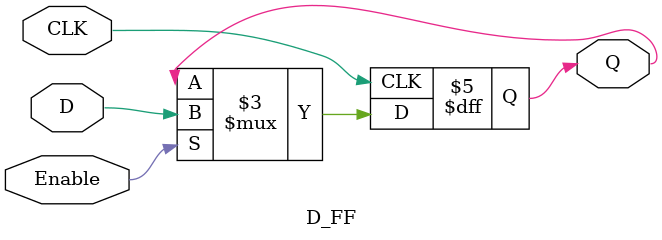
<source format=v>
`timescale 1ns / 1ps


module D_FF(Q, D, CLK, Enable);

	output reg Q;
	input D, CLK, Enable;

	initial begin 
		Q = 1'b0; 
	end

	always @(posedge CLK) begin
		if(Enable)
			Q <= D;
	end	
	
endmodule

</source>
